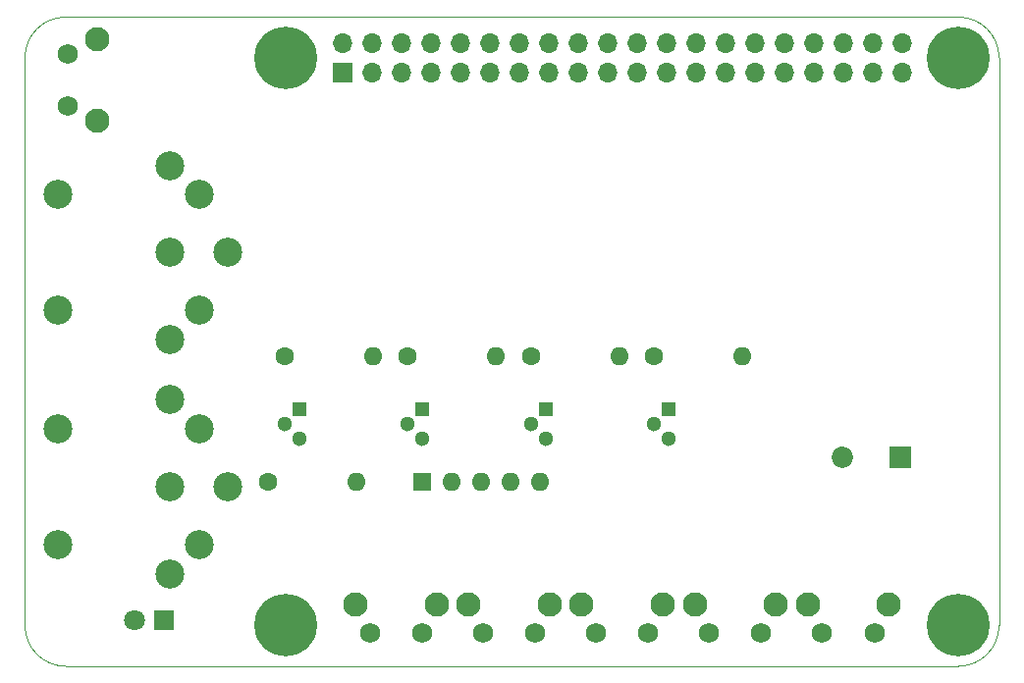
<source format=gbs>
G04 #@! TF.GenerationSoftware,KiCad,Pcbnew,5.0.0-rc2-dev-unknown-482fd86~64~ubuntu18.04.1*
G04 #@! TF.CreationDate,2018-05-10T18:32:28+02:00*
G04 #@! TF.ProjectId,Pi1541 Ad-on Board,5069313534312041642D6F6E20426F61,0.91*
G04 #@! TF.SameCoordinates,Original*
G04 #@! TF.FileFunction,Soldermask,Bot*
G04 #@! TF.FilePolarity,Negative*
%FSLAX46Y46*%
G04 Gerber Fmt 4.6, Leading zero omitted, Abs format (unit mm)*
G04 Created by KiCad (PCBNEW 5.0.0-rc2-dev-unknown-482fd86~64~ubuntu18.04.1) date Thu May 10 18:32:28 2018*
%MOMM*%
%LPD*%
G01*
G04 APERTURE LIST*
%ADD10C,0.100000*%
%ADD11C,2.500000*%
%ADD12C,1.300000*%
%ADD13R,1.300000X1.300000*%
%ADD14R,1.600000X1.600000*%
%ADD15O,1.600000X1.600000*%
%ADD16C,5.400000*%
%ADD17C,1.600000*%
%ADD18R,1.850000X1.850000*%
%ADD19C,1.850000*%
%ADD20R,1.700000X1.700000*%
%ADD21O,1.700000X1.700000*%
%ADD22C,2.100000*%
%ADD23C,1.750000*%
%ADD24R,1.800000X1.800000*%
%ADD25C,1.800000*%
G04 APERTURE END LIST*
D10*
X111000000Y-121000000D02*
G75*
G02X107500000Y-117500000I0J3500000D01*
G01*
X107500000Y-68500000D02*
G75*
G02X111000000Y-65000000I3500000J0D01*
G01*
X107500000Y-68500000D02*
X107500000Y-117500000D01*
X191500000Y-117500000D02*
G75*
G02X188000000Y-121000000I-3500000J0D01*
G01*
X188000000Y-65000000D02*
G75*
G02X191500000Y-68500000I0J-3500000D01*
G01*
X191500000Y-117500000D02*
X191500000Y-68500000D01*
X111000000Y-121000000D02*
X188000000Y-121000000D01*
X111000000Y-65000000D02*
X188000000Y-65000000D01*
D11*
X125000000Y-85320000D03*
X122500000Y-80320000D03*
X122500000Y-90320000D03*
X120000000Y-77820000D03*
X120000000Y-85320000D03*
X120000000Y-92820000D03*
X110300000Y-90320000D03*
X110300000Y-80320000D03*
X110300000Y-100520000D03*
X110300000Y-110520000D03*
X120000000Y-113020000D03*
X120000000Y-105520000D03*
X120000000Y-98020000D03*
X122500000Y-110520000D03*
X122500000Y-100520000D03*
X125000000Y-105520000D03*
D12*
X129890000Y-100076500D03*
X131160000Y-101346500D03*
D13*
X131160000Y-98806500D03*
X141760000Y-98806500D03*
D12*
X141760000Y-101346500D03*
X140490000Y-100076500D03*
X151140000Y-100076500D03*
X152410000Y-101346500D03*
D13*
X152410000Y-98806500D03*
X163010000Y-98806500D03*
D12*
X163010000Y-101346500D03*
X161740000Y-100076500D03*
D14*
X141770000Y-105090000D03*
D15*
X144310000Y-105090000D03*
X146850000Y-105090000D03*
X149390000Y-105090000D03*
X151930000Y-105090000D03*
D16*
X130000000Y-68500000D03*
X188000000Y-68500000D03*
X188000000Y-117500000D03*
X130000000Y-117500000D03*
D17*
X129880000Y-94286500D03*
D15*
X137500000Y-94286500D03*
X148120000Y-94276500D03*
D17*
X140500000Y-94276500D03*
X151130000Y-94266500D03*
D15*
X158750000Y-94266500D03*
X169370000Y-94266500D03*
D17*
X161750000Y-94266500D03*
D18*
X183000000Y-103000000D03*
D19*
X178000000Y-103000000D03*
D17*
X128500000Y-105100000D03*
D15*
X136120000Y-105100000D03*
D20*
X134870000Y-69780000D03*
D21*
X134870000Y-67240000D03*
X137410000Y-69780000D03*
X137410000Y-67240000D03*
X139950000Y-69780000D03*
X139950000Y-67240000D03*
X142490000Y-69780000D03*
X142490000Y-67240000D03*
X145030000Y-69780000D03*
X145030000Y-67240000D03*
X147570000Y-69780000D03*
X147570000Y-67240000D03*
X150110000Y-69780000D03*
X150110000Y-67240000D03*
X152650000Y-69780000D03*
X152650000Y-67240000D03*
X155190000Y-69780000D03*
X155190000Y-67240000D03*
X157730000Y-69780000D03*
X157730000Y-67240000D03*
X160270000Y-69780000D03*
X160270000Y-67240000D03*
X162810000Y-69780000D03*
X162810000Y-67240000D03*
X165350000Y-69780000D03*
X165350000Y-67240000D03*
X167890000Y-69780000D03*
X167890000Y-67240000D03*
X170430000Y-69780000D03*
X170430000Y-67240000D03*
X172970000Y-69780000D03*
X172970000Y-67240000D03*
X175510000Y-69780000D03*
X175510000Y-67240000D03*
X178050000Y-69780000D03*
X178050000Y-67240000D03*
X180590000Y-69780000D03*
X180590000Y-67240000D03*
X183130000Y-69780000D03*
X183130000Y-67240000D03*
D22*
X136000000Y-115660000D03*
D23*
X137250000Y-118150000D03*
X141750000Y-118150000D03*
D22*
X143010000Y-115660000D03*
X152760000Y-115660000D03*
D23*
X151500000Y-118150000D03*
X147000000Y-118150000D03*
D22*
X145750000Y-115660000D03*
X155500000Y-115660000D03*
D23*
X156750000Y-118150000D03*
X161250000Y-118150000D03*
D22*
X162510000Y-115660000D03*
X172260000Y-115660000D03*
D23*
X171000000Y-118150000D03*
X166500000Y-118150000D03*
D22*
X165250000Y-115660000D03*
X175000000Y-115660000D03*
D23*
X176250000Y-118150000D03*
X180750000Y-118150000D03*
D22*
X182010000Y-115660000D03*
D24*
X119500000Y-117000000D03*
D25*
X116960000Y-117000000D03*
D22*
X113720000Y-66890000D03*
D23*
X111230000Y-68140000D03*
X111230000Y-72640000D03*
D22*
X113720000Y-73900000D03*
M02*

</source>
